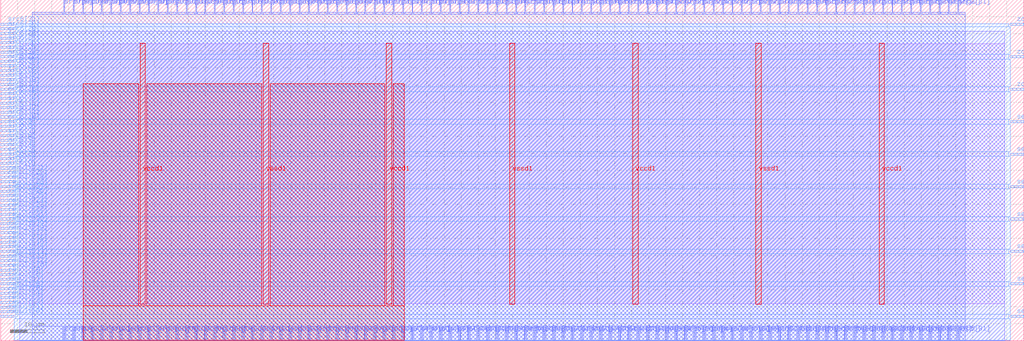
<source format=lef>
VERSION 5.7 ;
  NOWIREEXTENSIONATPIN ON ;
  DIVIDERCHAR "/" ;
  BUSBITCHARS "[]" ;
MACRO WBExecute
  CLASS BLOCK ;
  FOREIGN WBExecute ;
  ORIGIN 0.000 0.000 ;
  SIZE 300.000 BY 100.000 ;
  PIN result[0]
    DIRECTION OUTPUT TRISTATE ;
    USE SIGNAL ;
    PORT
      LAYER met3 ;
        RECT 0.000 6.840 4.000 7.440 ;
    END
  END result[0]
  PIN result[10]
    DIRECTION OUTPUT TRISTATE ;
    USE SIGNAL ;
    PORT
      LAYER met3 ;
        RECT 0.000 20.440 4.000 21.040 ;
    END
  END result[10]
  PIN result[11]
    DIRECTION OUTPUT TRISTATE ;
    USE SIGNAL ;
    PORT
      LAYER met3 ;
        RECT 0.000 21.800 4.000 22.400 ;
    END
  END result[11]
  PIN result[12]
    DIRECTION OUTPUT TRISTATE ;
    USE SIGNAL ;
    PORT
      LAYER met3 ;
        RECT 0.000 23.160 4.000 23.760 ;
    END
  END result[12]
  PIN result[13]
    DIRECTION OUTPUT TRISTATE ;
    USE SIGNAL ;
    PORT
      LAYER met3 ;
        RECT 0.000 24.520 4.000 25.120 ;
    END
  END result[13]
  PIN result[14]
    DIRECTION OUTPUT TRISTATE ;
    USE SIGNAL ;
    PORT
      LAYER met3 ;
        RECT 0.000 25.880 4.000 26.480 ;
    END
  END result[14]
  PIN result[15]
    DIRECTION OUTPUT TRISTATE ;
    USE SIGNAL ;
    PORT
      LAYER met3 ;
        RECT 0.000 27.240 4.000 27.840 ;
    END
  END result[15]
  PIN result[16]
    DIRECTION OUTPUT TRISTATE ;
    USE SIGNAL ;
    PORT
      LAYER met3 ;
        RECT 0.000 28.600 4.000 29.200 ;
    END
  END result[16]
  PIN result[17]
    DIRECTION OUTPUT TRISTATE ;
    USE SIGNAL ;
    PORT
      LAYER met3 ;
        RECT 0.000 29.960 4.000 30.560 ;
    END
  END result[17]
  PIN result[18]
    DIRECTION OUTPUT TRISTATE ;
    USE SIGNAL ;
    PORT
      LAYER met3 ;
        RECT 0.000 31.320 4.000 31.920 ;
    END
  END result[18]
  PIN result[19]
    DIRECTION OUTPUT TRISTATE ;
    USE SIGNAL ;
    PORT
      LAYER met3 ;
        RECT 0.000 32.680 4.000 33.280 ;
    END
  END result[19]
  PIN result[1]
    DIRECTION OUTPUT TRISTATE ;
    USE SIGNAL ;
    PORT
      LAYER met3 ;
        RECT 0.000 8.200 4.000 8.800 ;
    END
  END result[1]
  PIN result[20]
    DIRECTION OUTPUT TRISTATE ;
    USE SIGNAL ;
    PORT
      LAYER met3 ;
        RECT 0.000 34.040 4.000 34.640 ;
    END
  END result[20]
  PIN result[21]
    DIRECTION OUTPUT TRISTATE ;
    USE SIGNAL ;
    PORT
      LAYER met3 ;
        RECT 0.000 35.400 4.000 36.000 ;
    END
  END result[21]
  PIN result[22]
    DIRECTION OUTPUT TRISTATE ;
    USE SIGNAL ;
    PORT
      LAYER met3 ;
        RECT 0.000 36.760 4.000 37.360 ;
    END
  END result[22]
  PIN result[23]
    DIRECTION OUTPUT TRISTATE ;
    USE SIGNAL ;
    PORT
      LAYER met3 ;
        RECT 0.000 38.120 4.000 38.720 ;
    END
  END result[23]
  PIN result[24]
    DIRECTION OUTPUT TRISTATE ;
    USE SIGNAL ;
    PORT
      LAYER met3 ;
        RECT 0.000 39.480 4.000 40.080 ;
    END
  END result[24]
  PIN result[25]
    DIRECTION OUTPUT TRISTATE ;
    USE SIGNAL ;
    PORT
      LAYER met3 ;
        RECT 0.000 40.840 4.000 41.440 ;
    END
  END result[25]
  PIN result[26]
    DIRECTION OUTPUT TRISTATE ;
    USE SIGNAL ;
    PORT
      LAYER met3 ;
        RECT 0.000 42.200 4.000 42.800 ;
    END
  END result[26]
  PIN result[27]
    DIRECTION OUTPUT TRISTATE ;
    USE SIGNAL ;
    PORT
      LAYER met3 ;
        RECT 0.000 43.560 4.000 44.160 ;
    END
  END result[27]
  PIN result[28]
    DIRECTION OUTPUT TRISTATE ;
    USE SIGNAL ;
    PORT
      LAYER met3 ;
        RECT 0.000 44.920 4.000 45.520 ;
    END
  END result[28]
  PIN result[29]
    DIRECTION OUTPUT TRISTATE ;
    USE SIGNAL ;
    PORT
      LAYER met3 ;
        RECT 0.000 46.280 4.000 46.880 ;
    END
  END result[29]
  PIN result[2]
    DIRECTION OUTPUT TRISTATE ;
    USE SIGNAL ;
    PORT
      LAYER met3 ;
        RECT 0.000 9.560 4.000 10.160 ;
    END
  END result[2]
  PIN result[30]
    DIRECTION OUTPUT TRISTATE ;
    USE SIGNAL ;
    PORT
      LAYER met3 ;
        RECT 0.000 47.640 4.000 48.240 ;
    END
  END result[30]
  PIN result[31]
    DIRECTION OUTPUT TRISTATE ;
    USE SIGNAL ;
    PORT
      LAYER met3 ;
        RECT 0.000 49.000 4.000 49.600 ;
    END
  END result[31]
  PIN result[3]
    DIRECTION OUTPUT TRISTATE ;
    USE SIGNAL ;
    PORT
      LAYER met3 ;
        RECT 0.000 10.920 4.000 11.520 ;
    END
  END result[3]
  PIN result[4]
    DIRECTION OUTPUT TRISTATE ;
    USE SIGNAL ;
    PORT
      LAYER met3 ;
        RECT 0.000 12.280 4.000 12.880 ;
    END
  END result[4]
  PIN result[5]
    DIRECTION OUTPUT TRISTATE ;
    USE SIGNAL ;
    PORT
      LAYER met3 ;
        RECT 0.000 13.640 4.000 14.240 ;
    END
  END result[5]
  PIN result[6]
    DIRECTION OUTPUT TRISTATE ;
    USE SIGNAL ;
    PORT
      LAYER met3 ;
        RECT 0.000 15.000 4.000 15.600 ;
    END
  END result[6]
  PIN result[7]
    DIRECTION OUTPUT TRISTATE ;
    USE SIGNAL ;
    PORT
      LAYER met3 ;
        RECT 0.000 16.360 4.000 16.960 ;
    END
  END result[7]
  PIN result[8]
    DIRECTION OUTPUT TRISTATE ;
    USE SIGNAL ;
    PORT
      LAYER met3 ;
        RECT 0.000 17.720 4.000 18.320 ;
    END
  END result[8]
  PIN result[9]
    DIRECTION OUTPUT TRISTATE ;
    USE SIGNAL ;
    PORT
      LAYER met3 ;
        RECT 0.000 19.080 4.000 19.680 ;
    END
  END result[9]
  PIN sel[0]
    DIRECTION INPUT ;
    USE SIGNAL ;
    PORT
      LAYER met3 ;
        RECT 296.000 6.840 300.000 7.440 ;
    END
  END sel[0]
  PIN sel[1]
    DIRECTION INPUT ;
    USE SIGNAL ;
    PORT
      LAYER met3 ;
        RECT 296.000 16.360 300.000 16.960 ;
    END
  END sel[1]
  PIN sel[2]
    DIRECTION INPUT ;
    USE SIGNAL ;
    PORT
      LAYER met3 ;
        RECT 296.000 25.880 300.000 26.480 ;
    END
  END sel[2]
  PIN sel[3]
    DIRECTION INPUT ;
    USE SIGNAL ;
    PORT
      LAYER met3 ;
        RECT 296.000 35.400 300.000 36.000 ;
    END
  END sel[3]
  PIN sel[4]
    DIRECTION INPUT ;
    USE SIGNAL ;
    PORT
      LAYER met3 ;
        RECT 296.000 44.920 300.000 45.520 ;
    END
  END sel[4]
  PIN sel[5]
    DIRECTION INPUT ;
    USE SIGNAL ;
    PORT
      LAYER met3 ;
        RECT 296.000 54.440 300.000 55.040 ;
    END
  END sel[5]
  PIN sel[6]
    DIRECTION INPUT ;
    USE SIGNAL ;
    PORT
      LAYER met3 ;
        RECT 296.000 63.960 300.000 64.560 ;
    END
  END sel[6]
  PIN src0[0]
    DIRECTION INPUT ;
    USE SIGNAL ;
    PORT
      LAYER met2 ;
        RECT 18.490 96.000 18.770 100.000 ;
    END
  END src0[0]
  PIN src0[10]
    DIRECTION INPUT ;
    USE SIGNAL ;
    PORT
      LAYER met2 ;
        RECT 46.090 96.000 46.370 100.000 ;
    END
  END src0[10]
  PIN src0[11]
    DIRECTION INPUT ;
    USE SIGNAL ;
    PORT
      LAYER met2 ;
        RECT 48.850 96.000 49.130 100.000 ;
    END
  END src0[11]
  PIN src0[12]
    DIRECTION INPUT ;
    USE SIGNAL ;
    PORT
      LAYER met2 ;
        RECT 51.610 96.000 51.890 100.000 ;
    END
  END src0[12]
  PIN src0[13]
    DIRECTION INPUT ;
    USE SIGNAL ;
    PORT
      LAYER met2 ;
        RECT 54.370 96.000 54.650 100.000 ;
    END
  END src0[13]
  PIN src0[14]
    DIRECTION INPUT ;
    USE SIGNAL ;
    PORT
      LAYER met2 ;
        RECT 57.130 96.000 57.410 100.000 ;
    END
  END src0[14]
  PIN src0[15]
    DIRECTION INPUT ;
    USE SIGNAL ;
    PORT
      LAYER met2 ;
        RECT 59.890 96.000 60.170 100.000 ;
    END
  END src0[15]
  PIN src0[16]
    DIRECTION INPUT ;
    USE SIGNAL ;
    PORT
      LAYER met2 ;
        RECT 62.650 96.000 62.930 100.000 ;
    END
  END src0[16]
  PIN src0[17]
    DIRECTION INPUT ;
    USE SIGNAL ;
    PORT
      LAYER met2 ;
        RECT 65.410 96.000 65.690 100.000 ;
    END
  END src0[17]
  PIN src0[18]
    DIRECTION INPUT ;
    USE SIGNAL ;
    PORT
      LAYER met2 ;
        RECT 68.170 96.000 68.450 100.000 ;
    END
  END src0[18]
  PIN src0[19]
    DIRECTION INPUT ;
    USE SIGNAL ;
    PORT
      LAYER met2 ;
        RECT 70.930 96.000 71.210 100.000 ;
    END
  END src0[19]
  PIN src0[1]
    DIRECTION INPUT ;
    USE SIGNAL ;
    PORT
      LAYER met2 ;
        RECT 21.250 96.000 21.530 100.000 ;
    END
  END src0[1]
  PIN src0[20]
    DIRECTION INPUT ;
    USE SIGNAL ;
    PORT
      LAYER met2 ;
        RECT 73.690 96.000 73.970 100.000 ;
    END
  END src0[20]
  PIN src0[21]
    DIRECTION INPUT ;
    USE SIGNAL ;
    PORT
      LAYER met2 ;
        RECT 76.450 96.000 76.730 100.000 ;
    END
  END src0[21]
  PIN src0[22]
    DIRECTION INPUT ;
    USE SIGNAL ;
    PORT
      LAYER met2 ;
        RECT 79.210 96.000 79.490 100.000 ;
    END
  END src0[22]
  PIN src0[23]
    DIRECTION INPUT ;
    USE SIGNAL ;
    PORT
      LAYER met2 ;
        RECT 81.970 96.000 82.250 100.000 ;
    END
  END src0[23]
  PIN src0[24]
    DIRECTION INPUT ;
    USE SIGNAL ;
    PORT
      LAYER met2 ;
        RECT 84.730 96.000 85.010 100.000 ;
    END
  END src0[24]
  PIN src0[25]
    DIRECTION INPUT ;
    USE SIGNAL ;
    PORT
      LAYER met2 ;
        RECT 87.490 96.000 87.770 100.000 ;
    END
  END src0[25]
  PIN src0[26]
    DIRECTION INPUT ;
    USE SIGNAL ;
    PORT
      LAYER met2 ;
        RECT 90.250 96.000 90.530 100.000 ;
    END
  END src0[26]
  PIN src0[27]
    DIRECTION INPUT ;
    USE SIGNAL ;
    PORT
      LAYER met2 ;
        RECT 93.010 96.000 93.290 100.000 ;
    END
  END src0[27]
  PIN src0[28]
    DIRECTION INPUT ;
    USE SIGNAL ;
    PORT
      LAYER met2 ;
        RECT 95.770 96.000 96.050 100.000 ;
    END
  END src0[28]
  PIN src0[29]
    DIRECTION INPUT ;
    USE SIGNAL ;
    PORT
      LAYER met2 ;
        RECT 98.530 96.000 98.810 100.000 ;
    END
  END src0[29]
  PIN src0[2]
    DIRECTION INPUT ;
    USE SIGNAL ;
    PORT
      LAYER met2 ;
        RECT 24.010 96.000 24.290 100.000 ;
    END
  END src0[2]
  PIN src0[30]
    DIRECTION INPUT ;
    USE SIGNAL ;
    PORT
      LAYER met2 ;
        RECT 101.290 96.000 101.570 100.000 ;
    END
  END src0[30]
  PIN src0[31]
    DIRECTION INPUT ;
    USE SIGNAL ;
    PORT
      LAYER met2 ;
        RECT 104.050 96.000 104.330 100.000 ;
    END
  END src0[31]
  PIN src0[3]
    DIRECTION INPUT ;
    USE SIGNAL ;
    PORT
      LAYER met2 ;
        RECT 26.770 96.000 27.050 100.000 ;
    END
  END src0[3]
  PIN src0[4]
    DIRECTION INPUT ;
    USE SIGNAL ;
    PORT
      LAYER met2 ;
        RECT 29.530 96.000 29.810 100.000 ;
    END
  END src0[4]
  PIN src0[5]
    DIRECTION INPUT ;
    USE SIGNAL ;
    PORT
      LAYER met2 ;
        RECT 32.290 96.000 32.570 100.000 ;
    END
  END src0[5]
  PIN src0[6]
    DIRECTION INPUT ;
    USE SIGNAL ;
    PORT
      LAYER met2 ;
        RECT 35.050 96.000 35.330 100.000 ;
    END
  END src0[6]
  PIN src0[7]
    DIRECTION INPUT ;
    USE SIGNAL ;
    PORT
      LAYER met2 ;
        RECT 37.810 96.000 38.090 100.000 ;
    END
  END src0[7]
  PIN src0[8]
    DIRECTION INPUT ;
    USE SIGNAL ;
    PORT
      LAYER met2 ;
        RECT 40.570 96.000 40.850 100.000 ;
    END
  END src0[8]
  PIN src0[9]
    DIRECTION INPUT ;
    USE SIGNAL ;
    PORT
      LAYER met2 ;
        RECT 43.330 96.000 43.610 100.000 ;
    END
  END src0[9]
  PIN src1[0]
    DIRECTION INPUT ;
    USE SIGNAL ;
    PORT
      LAYER met2 ;
        RECT 106.810 96.000 107.090 100.000 ;
    END
  END src1[0]
  PIN src1[10]
    DIRECTION INPUT ;
    USE SIGNAL ;
    PORT
      LAYER met2 ;
        RECT 134.410 96.000 134.690 100.000 ;
    END
  END src1[10]
  PIN src1[11]
    DIRECTION INPUT ;
    USE SIGNAL ;
    PORT
      LAYER met2 ;
        RECT 137.170 96.000 137.450 100.000 ;
    END
  END src1[11]
  PIN src1[12]
    DIRECTION INPUT ;
    USE SIGNAL ;
    PORT
      LAYER met2 ;
        RECT 139.930 96.000 140.210 100.000 ;
    END
  END src1[12]
  PIN src1[13]
    DIRECTION INPUT ;
    USE SIGNAL ;
    PORT
      LAYER met2 ;
        RECT 142.690 96.000 142.970 100.000 ;
    END
  END src1[13]
  PIN src1[14]
    DIRECTION INPUT ;
    USE SIGNAL ;
    PORT
      LAYER met2 ;
        RECT 145.450 96.000 145.730 100.000 ;
    END
  END src1[14]
  PIN src1[15]
    DIRECTION INPUT ;
    USE SIGNAL ;
    PORT
      LAYER met2 ;
        RECT 148.210 96.000 148.490 100.000 ;
    END
  END src1[15]
  PIN src1[16]
    DIRECTION INPUT ;
    USE SIGNAL ;
    PORT
      LAYER met2 ;
        RECT 150.970 96.000 151.250 100.000 ;
    END
  END src1[16]
  PIN src1[17]
    DIRECTION INPUT ;
    USE SIGNAL ;
    PORT
      LAYER met2 ;
        RECT 153.730 96.000 154.010 100.000 ;
    END
  END src1[17]
  PIN src1[18]
    DIRECTION INPUT ;
    USE SIGNAL ;
    PORT
      LAYER met2 ;
        RECT 156.490 96.000 156.770 100.000 ;
    END
  END src1[18]
  PIN src1[19]
    DIRECTION INPUT ;
    USE SIGNAL ;
    PORT
      LAYER met2 ;
        RECT 159.250 96.000 159.530 100.000 ;
    END
  END src1[19]
  PIN src1[1]
    DIRECTION INPUT ;
    USE SIGNAL ;
    PORT
      LAYER met2 ;
        RECT 109.570 96.000 109.850 100.000 ;
    END
  END src1[1]
  PIN src1[20]
    DIRECTION INPUT ;
    USE SIGNAL ;
    PORT
      LAYER met2 ;
        RECT 162.010 96.000 162.290 100.000 ;
    END
  END src1[20]
  PIN src1[21]
    DIRECTION INPUT ;
    USE SIGNAL ;
    PORT
      LAYER met2 ;
        RECT 164.770 96.000 165.050 100.000 ;
    END
  END src1[21]
  PIN src1[22]
    DIRECTION INPUT ;
    USE SIGNAL ;
    PORT
      LAYER met2 ;
        RECT 167.530 96.000 167.810 100.000 ;
    END
  END src1[22]
  PIN src1[23]
    DIRECTION INPUT ;
    USE SIGNAL ;
    PORT
      LAYER met2 ;
        RECT 170.290 96.000 170.570 100.000 ;
    END
  END src1[23]
  PIN src1[24]
    DIRECTION INPUT ;
    USE SIGNAL ;
    PORT
      LAYER met2 ;
        RECT 173.050 96.000 173.330 100.000 ;
    END
  END src1[24]
  PIN src1[25]
    DIRECTION INPUT ;
    USE SIGNAL ;
    PORT
      LAYER met2 ;
        RECT 175.810 96.000 176.090 100.000 ;
    END
  END src1[25]
  PIN src1[26]
    DIRECTION INPUT ;
    USE SIGNAL ;
    PORT
      LAYER met2 ;
        RECT 178.570 96.000 178.850 100.000 ;
    END
  END src1[26]
  PIN src1[27]
    DIRECTION INPUT ;
    USE SIGNAL ;
    PORT
      LAYER met2 ;
        RECT 181.330 96.000 181.610 100.000 ;
    END
  END src1[27]
  PIN src1[28]
    DIRECTION INPUT ;
    USE SIGNAL ;
    PORT
      LAYER met2 ;
        RECT 184.090 96.000 184.370 100.000 ;
    END
  END src1[28]
  PIN src1[29]
    DIRECTION INPUT ;
    USE SIGNAL ;
    PORT
      LAYER met2 ;
        RECT 186.850 96.000 187.130 100.000 ;
    END
  END src1[29]
  PIN src1[2]
    DIRECTION INPUT ;
    USE SIGNAL ;
    PORT
      LAYER met2 ;
        RECT 112.330 96.000 112.610 100.000 ;
    END
  END src1[2]
  PIN src1[30]
    DIRECTION INPUT ;
    USE SIGNAL ;
    PORT
      LAYER met2 ;
        RECT 189.610 96.000 189.890 100.000 ;
    END
  END src1[30]
  PIN src1[31]
    DIRECTION INPUT ;
    USE SIGNAL ;
    PORT
      LAYER met2 ;
        RECT 192.370 96.000 192.650 100.000 ;
    END
  END src1[31]
  PIN src1[3]
    DIRECTION INPUT ;
    USE SIGNAL ;
    PORT
      LAYER met2 ;
        RECT 115.090 96.000 115.370 100.000 ;
    END
  END src1[3]
  PIN src1[4]
    DIRECTION INPUT ;
    USE SIGNAL ;
    PORT
      LAYER met2 ;
        RECT 117.850 96.000 118.130 100.000 ;
    END
  END src1[4]
  PIN src1[5]
    DIRECTION INPUT ;
    USE SIGNAL ;
    PORT
      LAYER met2 ;
        RECT 120.610 96.000 120.890 100.000 ;
    END
  END src1[5]
  PIN src1[6]
    DIRECTION INPUT ;
    USE SIGNAL ;
    PORT
      LAYER met2 ;
        RECT 123.370 96.000 123.650 100.000 ;
    END
  END src1[6]
  PIN src1[7]
    DIRECTION INPUT ;
    USE SIGNAL ;
    PORT
      LAYER met2 ;
        RECT 126.130 96.000 126.410 100.000 ;
    END
  END src1[7]
  PIN src1[8]
    DIRECTION INPUT ;
    USE SIGNAL ;
    PORT
      LAYER met2 ;
        RECT 128.890 96.000 129.170 100.000 ;
    END
  END src1[8]
  PIN src1[9]
    DIRECTION INPUT ;
    USE SIGNAL ;
    PORT
      LAYER met2 ;
        RECT 131.650 96.000 131.930 100.000 ;
    END
  END src1[9]
  PIN src2[0]
    DIRECTION INPUT ;
    USE SIGNAL ;
    PORT
      LAYER met2 ;
        RECT 195.130 96.000 195.410 100.000 ;
    END
  END src2[0]
  PIN src2[10]
    DIRECTION INPUT ;
    USE SIGNAL ;
    PORT
      LAYER met2 ;
        RECT 222.730 96.000 223.010 100.000 ;
    END
  END src2[10]
  PIN src2[11]
    DIRECTION INPUT ;
    USE SIGNAL ;
    PORT
      LAYER met2 ;
        RECT 225.490 96.000 225.770 100.000 ;
    END
  END src2[11]
  PIN src2[12]
    DIRECTION INPUT ;
    USE SIGNAL ;
    PORT
      LAYER met2 ;
        RECT 228.250 96.000 228.530 100.000 ;
    END
  END src2[12]
  PIN src2[13]
    DIRECTION INPUT ;
    USE SIGNAL ;
    PORT
      LAYER met2 ;
        RECT 231.010 96.000 231.290 100.000 ;
    END
  END src2[13]
  PIN src2[14]
    DIRECTION INPUT ;
    USE SIGNAL ;
    PORT
      LAYER met2 ;
        RECT 233.770 96.000 234.050 100.000 ;
    END
  END src2[14]
  PIN src2[15]
    DIRECTION INPUT ;
    USE SIGNAL ;
    PORT
      LAYER met2 ;
        RECT 236.530 96.000 236.810 100.000 ;
    END
  END src2[15]
  PIN src2[16]
    DIRECTION INPUT ;
    USE SIGNAL ;
    PORT
      LAYER met2 ;
        RECT 239.290 96.000 239.570 100.000 ;
    END
  END src2[16]
  PIN src2[17]
    DIRECTION INPUT ;
    USE SIGNAL ;
    PORT
      LAYER met2 ;
        RECT 242.050 96.000 242.330 100.000 ;
    END
  END src2[17]
  PIN src2[18]
    DIRECTION INPUT ;
    USE SIGNAL ;
    PORT
      LAYER met2 ;
        RECT 244.810 96.000 245.090 100.000 ;
    END
  END src2[18]
  PIN src2[19]
    DIRECTION INPUT ;
    USE SIGNAL ;
    PORT
      LAYER met2 ;
        RECT 247.570 96.000 247.850 100.000 ;
    END
  END src2[19]
  PIN src2[1]
    DIRECTION INPUT ;
    USE SIGNAL ;
    PORT
      LAYER met2 ;
        RECT 197.890 96.000 198.170 100.000 ;
    END
  END src2[1]
  PIN src2[20]
    DIRECTION INPUT ;
    USE SIGNAL ;
    PORT
      LAYER met2 ;
        RECT 250.330 96.000 250.610 100.000 ;
    END
  END src2[20]
  PIN src2[21]
    DIRECTION INPUT ;
    USE SIGNAL ;
    PORT
      LAYER met2 ;
        RECT 253.090 96.000 253.370 100.000 ;
    END
  END src2[21]
  PIN src2[22]
    DIRECTION INPUT ;
    USE SIGNAL ;
    PORT
      LAYER met2 ;
        RECT 255.850 96.000 256.130 100.000 ;
    END
  END src2[22]
  PIN src2[23]
    DIRECTION INPUT ;
    USE SIGNAL ;
    PORT
      LAYER met2 ;
        RECT 258.610 96.000 258.890 100.000 ;
    END
  END src2[23]
  PIN src2[24]
    DIRECTION INPUT ;
    USE SIGNAL ;
    PORT
      LAYER met2 ;
        RECT 261.370 96.000 261.650 100.000 ;
    END
  END src2[24]
  PIN src2[25]
    DIRECTION INPUT ;
    USE SIGNAL ;
    PORT
      LAYER met2 ;
        RECT 264.130 96.000 264.410 100.000 ;
    END
  END src2[25]
  PIN src2[26]
    DIRECTION INPUT ;
    USE SIGNAL ;
    PORT
      LAYER met2 ;
        RECT 266.890 96.000 267.170 100.000 ;
    END
  END src2[26]
  PIN src2[27]
    DIRECTION INPUT ;
    USE SIGNAL ;
    PORT
      LAYER met2 ;
        RECT 269.650 96.000 269.930 100.000 ;
    END
  END src2[27]
  PIN src2[28]
    DIRECTION INPUT ;
    USE SIGNAL ;
    PORT
      LAYER met2 ;
        RECT 272.410 96.000 272.690 100.000 ;
    END
  END src2[28]
  PIN src2[29]
    DIRECTION INPUT ;
    USE SIGNAL ;
    PORT
      LAYER met2 ;
        RECT 275.170 96.000 275.450 100.000 ;
    END
  END src2[29]
  PIN src2[2]
    DIRECTION INPUT ;
    USE SIGNAL ;
    PORT
      LAYER met2 ;
        RECT 200.650 96.000 200.930 100.000 ;
    END
  END src2[2]
  PIN src2[30]
    DIRECTION INPUT ;
    USE SIGNAL ;
    PORT
      LAYER met2 ;
        RECT 277.930 96.000 278.210 100.000 ;
    END
  END src2[30]
  PIN src2[31]
    DIRECTION INPUT ;
    USE SIGNAL ;
    PORT
      LAYER met2 ;
        RECT 280.690 96.000 280.970 100.000 ;
    END
  END src2[31]
  PIN src2[3]
    DIRECTION INPUT ;
    USE SIGNAL ;
    PORT
      LAYER met2 ;
        RECT 203.410 96.000 203.690 100.000 ;
    END
  END src2[3]
  PIN src2[4]
    DIRECTION INPUT ;
    USE SIGNAL ;
    PORT
      LAYER met2 ;
        RECT 206.170 96.000 206.450 100.000 ;
    END
  END src2[4]
  PIN src2[5]
    DIRECTION INPUT ;
    USE SIGNAL ;
    PORT
      LAYER met2 ;
        RECT 208.930 96.000 209.210 100.000 ;
    END
  END src2[5]
  PIN src2[6]
    DIRECTION INPUT ;
    USE SIGNAL ;
    PORT
      LAYER met2 ;
        RECT 211.690 96.000 211.970 100.000 ;
    END
  END src2[6]
  PIN src2[7]
    DIRECTION INPUT ;
    USE SIGNAL ;
    PORT
      LAYER met2 ;
        RECT 214.450 96.000 214.730 100.000 ;
    END
  END src2[7]
  PIN src2[8]
    DIRECTION INPUT ;
    USE SIGNAL ;
    PORT
      LAYER met2 ;
        RECT 217.210 96.000 217.490 100.000 ;
    END
  END src2[8]
  PIN src2[9]
    DIRECTION INPUT ;
    USE SIGNAL ;
    PORT
      LAYER met2 ;
        RECT 219.970 96.000 220.250 100.000 ;
    END
  END src2[9]
  PIN src3[0]
    DIRECTION INPUT ;
    USE SIGNAL ;
    PORT
      LAYER met2 ;
        RECT 18.490 0.000 18.770 4.000 ;
    END
  END src3[0]
  PIN src3[10]
    DIRECTION INPUT ;
    USE SIGNAL ;
    PORT
      LAYER met2 ;
        RECT 46.090 0.000 46.370 4.000 ;
    END
  END src3[10]
  PIN src3[11]
    DIRECTION INPUT ;
    USE SIGNAL ;
    PORT
      LAYER met2 ;
        RECT 48.850 0.000 49.130 4.000 ;
    END
  END src3[11]
  PIN src3[12]
    DIRECTION INPUT ;
    USE SIGNAL ;
    PORT
      LAYER met2 ;
        RECT 51.610 0.000 51.890 4.000 ;
    END
  END src3[12]
  PIN src3[13]
    DIRECTION INPUT ;
    USE SIGNAL ;
    PORT
      LAYER met2 ;
        RECT 54.370 0.000 54.650 4.000 ;
    END
  END src3[13]
  PIN src3[14]
    DIRECTION INPUT ;
    USE SIGNAL ;
    PORT
      LAYER met2 ;
        RECT 57.130 0.000 57.410 4.000 ;
    END
  END src3[14]
  PIN src3[15]
    DIRECTION INPUT ;
    USE SIGNAL ;
    PORT
      LAYER met2 ;
        RECT 59.890 0.000 60.170 4.000 ;
    END
  END src3[15]
  PIN src3[16]
    DIRECTION INPUT ;
    USE SIGNAL ;
    PORT
      LAYER met2 ;
        RECT 62.650 0.000 62.930 4.000 ;
    END
  END src3[16]
  PIN src3[17]
    DIRECTION INPUT ;
    USE SIGNAL ;
    PORT
      LAYER met2 ;
        RECT 65.410 0.000 65.690 4.000 ;
    END
  END src3[17]
  PIN src3[18]
    DIRECTION INPUT ;
    USE SIGNAL ;
    PORT
      LAYER met2 ;
        RECT 68.170 0.000 68.450 4.000 ;
    END
  END src3[18]
  PIN src3[19]
    DIRECTION INPUT ;
    USE SIGNAL ;
    PORT
      LAYER met2 ;
        RECT 70.930 0.000 71.210 4.000 ;
    END
  END src3[19]
  PIN src3[1]
    DIRECTION INPUT ;
    USE SIGNAL ;
    PORT
      LAYER met2 ;
        RECT 21.250 0.000 21.530 4.000 ;
    END
  END src3[1]
  PIN src3[20]
    DIRECTION INPUT ;
    USE SIGNAL ;
    PORT
      LAYER met2 ;
        RECT 73.690 0.000 73.970 4.000 ;
    END
  END src3[20]
  PIN src3[21]
    DIRECTION INPUT ;
    USE SIGNAL ;
    PORT
      LAYER met2 ;
        RECT 76.450 0.000 76.730 4.000 ;
    END
  END src3[21]
  PIN src3[22]
    DIRECTION INPUT ;
    USE SIGNAL ;
    PORT
      LAYER met2 ;
        RECT 79.210 0.000 79.490 4.000 ;
    END
  END src3[22]
  PIN src3[23]
    DIRECTION INPUT ;
    USE SIGNAL ;
    PORT
      LAYER met2 ;
        RECT 81.970 0.000 82.250 4.000 ;
    END
  END src3[23]
  PIN src3[24]
    DIRECTION INPUT ;
    USE SIGNAL ;
    PORT
      LAYER met2 ;
        RECT 84.730 0.000 85.010 4.000 ;
    END
  END src3[24]
  PIN src3[25]
    DIRECTION INPUT ;
    USE SIGNAL ;
    PORT
      LAYER met2 ;
        RECT 87.490 0.000 87.770 4.000 ;
    END
  END src3[25]
  PIN src3[26]
    DIRECTION INPUT ;
    USE SIGNAL ;
    PORT
      LAYER met2 ;
        RECT 90.250 0.000 90.530 4.000 ;
    END
  END src3[26]
  PIN src3[27]
    DIRECTION INPUT ;
    USE SIGNAL ;
    PORT
      LAYER met2 ;
        RECT 93.010 0.000 93.290 4.000 ;
    END
  END src3[27]
  PIN src3[28]
    DIRECTION INPUT ;
    USE SIGNAL ;
    PORT
      LAYER met2 ;
        RECT 95.770 0.000 96.050 4.000 ;
    END
  END src3[28]
  PIN src3[29]
    DIRECTION INPUT ;
    USE SIGNAL ;
    PORT
      LAYER met2 ;
        RECT 98.530 0.000 98.810 4.000 ;
    END
  END src3[29]
  PIN src3[2]
    DIRECTION INPUT ;
    USE SIGNAL ;
    PORT
      LAYER met2 ;
        RECT 24.010 0.000 24.290 4.000 ;
    END
  END src3[2]
  PIN src3[30]
    DIRECTION INPUT ;
    USE SIGNAL ;
    PORT
      LAYER met2 ;
        RECT 101.290 0.000 101.570 4.000 ;
    END
  END src3[30]
  PIN src3[31]
    DIRECTION INPUT ;
    USE SIGNAL ;
    PORT
      LAYER met2 ;
        RECT 104.050 0.000 104.330 4.000 ;
    END
  END src3[31]
  PIN src3[3]
    DIRECTION INPUT ;
    USE SIGNAL ;
    PORT
      LAYER met2 ;
        RECT 26.770 0.000 27.050 4.000 ;
    END
  END src3[3]
  PIN src3[4]
    DIRECTION INPUT ;
    USE SIGNAL ;
    PORT
      LAYER met2 ;
        RECT 29.530 0.000 29.810 4.000 ;
    END
  END src3[4]
  PIN src3[5]
    DIRECTION INPUT ;
    USE SIGNAL ;
    PORT
      LAYER met2 ;
        RECT 32.290 0.000 32.570 4.000 ;
    END
  END src3[5]
  PIN src3[6]
    DIRECTION INPUT ;
    USE SIGNAL ;
    PORT
      LAYER met2 ;
        RECT 35.050 0.000 35.330 4.000 ;
    END
  END src3[6]
  PIN src3[7]
    DIRECTION INPUT ;
    USE SIGNAL ;
    PORT
      LAYER met2 ;
        RECT 37.810 0.000 38.090 4.000 ;
    END
  END src3[7]
  PIN src3[8]
    DIRECTION INPUT ;
    USE SIGNAL ;
    PORT
      LAYER met2 ;
        RECT 40.570 0.000 40.850 4.000 ;
    END
  END src3[8]
  PIN src3[9]
    DIRECTION INPUT ;
    USE SIGNAL ;
    PORT
      LAYER met2 ;
        RECT 43.330 0.000 43.610 4.000 ;
    END
  END src3[9]
  PIN src4[0]
    DIRECTION INPUT ;
    USE SIGNAL ;
    PORT
      LAYER met2 ;
        RECT 106.810 0.000 107.090 4.000 ;
    END
  END src4[0]
  PIN src4[10]
    DIRECTION INPUT ;
    USE SIGNAL ;
    PORT
      LAYER met2 ;
        RECT 134.410 0.000 134.690 4.000 ;
    END
  END src4[10]
  PIN src4[11]
    DIRECTION INPUT ;
    USE SIGNAL ;
    PORT
      LAYER met2 ;
        RECT 137.170 0.000 137.450 4.000 ;
    END
  END src4[11]
  PIN src4[12]
    DIRECTION INPUT ;
    USE SIGNAL ;
    PORT
      LAYER met2 ;
        RECT 139.930 0.000 140.210 4.000 ;
    END
  END src4[12]
  PIN src4[13]
    DIRECTION INPUT ;
    USE SIGNAL ;
    PORT
      LAYER met2 ;
        RECT 142.690 0.000 142.970 4.000 ;
    END
  END src4[13]
  PIN src4[14]
    DIRECTION INPUT ;
    USE SIGNAL ;
    PORT
      LAYER met2 ;
        RECT 145.450 0.000 145.730 4.000 ;
    END
  END src4[14]
  PIN src4[15]
    DIRECTION INPUT ;
    USE SIGNAL ;
    PORT
      LAYER met2 ;
        RECT 148.210 0.000 148.490 4.000 ;
    END
  END src4[15]
  PIN src4[16]
    DIRECTION INPUT ;
    USE SIGNAL ;
    PORT
      LAYER met2 ;
        RECT 150.970 0.000 151.250 4.000 ;
    END
  END src4[16]
  PIN src4[17]
    DIRECTION INPUT ;
    USE SIGNAL ;
    PORT
      LAYER met2 ;
        RECT 153.730 0.000 154.010 4.000 ;
    END
  END src4[17]
  PIN src4[18]
    DIRECTION INPUT ;
    USE SIGNAL ;
    PORT
      LAYER met2 ;
        RECT 156.490 0.000 156.770 4.000 ;
    END
  END src4[18]
  PIN src4[19]
    DIRECTION INPUT ;
    USE SIGNAL ;
    PORT
      LAYER met2 ;
        RECT 159.250 0.000 159.530 4.000 ;
    END
  END src4[19]
  PIN src4[1]
    DIRECTION INPUT ;
    USE SIGNAL ;
    PORT
      LAYER met2 ;
        RECT 109.570 0.000 109.850 4.000 ;
    END
  END src4[1]
  PIN src4[20]
    DIRECTION INPUT ;
    USE SIGNAL ;
    PORT
      LAYER met2 ;
        RECT 162.010 0.000 162.290 4.000 ;
    END
  END src4[20]
  PIN src4[21]
    DIRECTION INPUT ;
    USE SIGNAL ;
    PORT
      LAYER met2 ;
        RECT 164.770 0.000 165.050 4.000 ;
    END
  END src4[21]
  PIN src4[22]
    DIRECTION INPUT ;
    USE SIGNAL ;
    PORT
      LAYER met2 ;
        RECT 167.530 0.000 167.810 4.000 ;
    END
  END src4[22]
  PIN src4[23]
    DIRECTION INPUT ;
    USE SIGNAL ;
    PORT
      LAYER met2 ;
        RECT 170.290 0.000 170.570 4.000 ;
    END
  END src4[23]
  PIN src4[24]
    DIRECTION INPUT ;
    USE SIGNAL ;
    PORT
      LAYER met2 ;
        RECT 173.050 0.000 173.330 4.000 ;
    END
  END src4[24]
  PIN src4[25]
    DIRECTION INPUT ;
    USE SIGNAL ;
    PORT
      LAYER met2 ;
        RECT 175.810 0.000 176.090 4.000 ;
    END
  END src4[25]
  PIN src4[26]
    DIRECTION INPUT ;
    USE SIGNAL ;
    PORT
      LAYER met2 ;
        RECT 178.570 0.000 178.850 4.000 ;
    END
  END src4[26]
  PIN src4[27]
    DIRECTION INPUT ;
    USE SIGNAL ;
    PORT
      LAYER met2 ;
        RECT 181.330 0.000 181.610 4.000 ;
    END
  END src4[27]
  PIN src4[28]
    DIRECTION INPUT ;
    USE SIGNAL ;
    PORT
      LAYER met2 ;
        RECT 184.090 0.000 184.370 4.000 ;
    END
  END src4[28]
  PIN src4[29]
    DIRECTION INPUT ;
    USE SIGNAL ;
    PORT
      LAYER met2 ;
        RECT 186.850 0.000 187.130 4.000 ;
    END
  END src4[29]
  PIN src4[2]
    DIRECTION INPUT ;
    USE SIGNAL ;
    PORT
      LAYER met2 ;
        RECT 112.330 0.000 112.610 4.000 ;
    END
  END src4[2]
  PIN src4[30]
    DIRECTION INPUT ;
    USE SIGNAL ;
    PORT
      LAYER met2 ;
        RECT 189.610 0.000 189.890 4.000 ;
    END
  END src4[30]
  PIN src4[31]
    DIRECTION INPUT ;
    USE SIGNAL ;
    PORT
      LAYER met2 ;
        RECT 192.370 0.000 192.650 4.000 ;
    END
  END src4[31]
  PIN src4[3]
    DIRECTION INPUT ;
    USE SIGNAL ;
    PORT
      LAYER met2 ;
        RECT 115.090 0.000 115.370 4.000 ;
    END
  END src4[3]
  PIN src4[4]
    DIRECTION INPUT ;
    USE SIGNAL ;
    PORT
      LAYER met2 ;
        RECT 117.850 0.000 118.130 4.000 ;
    END
  END src4[4]
  PIN src4[5]
    DIRECTION INPUT ;
    USE SIGNAL ;
    PORT
      LAYER met2 ;
        RECT 120.610 0.000 120.890 4.000 ;
    END
  END src4[5]
  PIN src4[6]
    DIRECTION INPUT ;
    USE SIGNAL ;
    PORT
      LAYER met2 ;
        RECT 123.370 0.000 123.650 4.000 ;
    END
  END src4[6]
  PIN src4[7]
    DIRECTION INPUT ;
    USE SIGNAL ;
    PORT
      LAYER met2 ;
        RECT 126.130 0.000 126.410 4.000 ;
    END
  END src4[7]
  PIN src4[8]
    DIRECTION INPUT ;
    USE SIGNAL ;
    PORT
      LAYER met2 ;
        RECT 128.890 0.000 129.170 4.000 ;
    END
  END src4[8]
  PIN src4[9]
    DIRECTION INPUT ;
    USE SIGNAL ;
    PORT
      LAYER met2 ;
        RECT 131.650 0.000 131.930 4.000 ;
    END
  END src4[9]
  PIN src5[0]
    DIRECTION INPUT ;
    USE SIGNAL ;
    PORT
      LAYER met2 ;
        RECT 195.130 0.000 195.410 4.000 ;
    END
  END src5[0]
  PIN src5[10]
    DIRECTION INPUT ;
    USE SIGNAL ;
    PORT
      LAYER met2 ;
        RECT 222.730 0.000 223.010 4.000 ;
    END
  END src5[10]
  PIN src5[11]
    DIRECTION INPUT ;
    USE SIGNAL ;
    PORT
      LAYER met2 ;
        RECT 225.490 0.000 225.770 4.000 ;
    END
  END src5[11]
  PIN src5[12]
    DIRECTION INPUT ;
    USE SIGNAL ;
    PORT
      LAYER met2 ;
        RECT 228.250 0.000 228.530 4.000 ;
    END
  END src5[12]
  PIN src5[13]
    DIRECTION INPUT ;
    USE SIGNAL ;
    PORT
      LAYER met2 ;
        RECT 231.010 0.000 231.290 4.000 ;
    END
  END src5[13]
  PIN src5[14]
    DIRECTION INPUT ;
    USE SIGNAL ;
    PORT
      LAYER met2 ;
        RECT 233.770 0.000 234.050 4.000 ;
    END
  END src5[14]
  PIN src5[15]
    DIRECTION INPUT ;
    USE SIGNAL ;
    PORT
      LAYER met2 ;
        RECT 236.530 0.000 236.810 4.000 ;
    END
  END src5[15]
  PIN src5[16]
    DIRECTION INPUT ;
    USE SIGNAL ;
    PORT
      LAYER met2 ;
        RECT 239.290 0.000 239.570 4.000 ;
    END
  END src5[16]
  PIN src5[17]
    DIRECTION INPUT ;
    USE SIGNAL ;
    PORT
      LAYER met2 ;
        RECT 242.050 0.000 242.330 4.000 ;
    END
  END src5[17]
  PIN src5[18]
    DIRECTION INPUT ;
    USE SIGNAL ;
    PORT
      LAYER met2 ;
        RECT 244.810 0.000 245.090 4.000 ;
    END
  END src5[18]
  PIN src5[19]
    DIRECTION INPUT ;
    USE SIGNAL ;
    PORT
      LAYER met2 ;
        RECT 247.570 0.000 247.850 4.000 ;
    END
  END src5[19]
  PIN src5[1]
    DIRECTION INPUT ;
    USE SIGNAL ;
    PORT
      LAYER met2 ;
        RECT 197.890 0.000 198.170 4.000 ;
    END
  END src5[1]
  PIN src5[20]
    DIRECTION INPUT ;
    USE SIGNAL ;
    PORT
      LAYER met2 ;
        RECT 250.330 0.000 250.610 4.000 ;
    END
  END src5[20]
  PIN src5[21]
    DIRECTION INPUT ;
    USE SIGNAL ;
    PORT
      LAYER met2 ;
        RECT 253.090 0.000 253.370 4.000 ;
    END
  END src5[21]
  PIN src5[22]
    DIRECTION INPUT ;
    USE SIGNAL ;
    PORT
      LAYER met2 ;
        RECT 255.850 0.000 256.130 4.000 ;
    END
  END src5[22]
  PIN src5[23]
    DIRECTION INPUT ;
    USE SIGNAL ;
    PORT
      LAYER met2 ;
        RECT 258.610 0.000 258.890 4.000 ;
    END
  END src5[23]
  PIN src5[24]
    DIRECTION INPUT ;
    USE SIGNAL ;
    PORT
      LAYER met2 ;
        RECT 261.370 0.000 261.650 4.000 ;
    END
  END src5[24]
  PIN src5[25]
    DIRECTION INPUT ;
    USE SIGNAL ;
    PORT
      LAYER met2 ;
        RECT 264.130 0.000 264.410 4.000 ;
    END
  END src5[25]
  PIN src5[26]
    DIRECTION INPUT ;
    USE SIGNAL ;
    PORT
      LAYER met2 ;
        RECT 266.890 0.000 267.170 4.000 ;
    END
  END src5[26]
  PIN src5[27]
    DIRECTION INPUT ;
    USE SIGNAL ;
    PORT
      LAYER met2 ;
        RECT 269.650 0.000 269.930 4.000 ;
    END
  END src5[27]
  PIN src5[28]
    DIRECTION INPUT ;
    USE SIGNAL ;
    PORT
      LAYER met2 ;
        RECT 272.410 0.000 272.690 4.000 ;
    END
  END src5[28]
  PIN src5[29]
    DIRECTION INPUT ;
    USE SIGNAL ;
    PORT
      LAYER met2 ;
        RECT 275.170 0.000 275.450 4.000 ;
    END
  END src5[29]
  PIN src5[2]
    DIRECTION INPUT ;
    USE SIGNAL ;
    PORT
      LAYER met2 ;
        RECT 200.650 0.000 200.930 4.000 ;
    END
  END src5[2]
  PIN src5[30]
    DIRECTION INPUT ;
    USE SIGNAL ;
    PORT
      LAYER met2 ;
        RECT 277.930 0.000 278.210 4.000 ;
    END
  END src5[30]
  PIN src5[31]
    DIRECTION INPUT ;
    USE SIGNAL ;
    PORT
      LAYER met2 ;
        RECT 280.690 0.000 280.970 4.000 ;
    END
  END src5[31]
  PIN src5[3]
    DIRECTION INPUT ;
    USE SIGNAL ;
    PORT
      LAYER met2 ;
        RECT 203.410 0.000 203.690 4.000 ;
    END
  END src5[3]
  PIN src5[4]
    DIRECTION INPUT ;
    USE SIGNAL ;
    PORT
      LAYER met2 ;
        RECT 206.170 0.000 206.450 4.000 ;
    END
  END src5[4]
  PIN src5[5]
    DIRECTION INPUT ;
    USE SIGNAL ;
    PORT
      LAYER met2 ;
        RECT 208.930 0.000 209.210 4.000 ;
    END
  END src5[5]
  PIN src5[6]
    DIRECTION INPUT ;
    USE SIGNAL ;
    PORT
      LAYER met2 ;
        RECT 211.690 0.000 211.970 4.000 ;
    END
  END src5[6]
  PIN src5[7]
    DIRECTION INPUT ;
    USE SIGNAL ;
    PORT
      LAYER met2 ;
        RECT 214.450 0.000 214.730 4.000 ;
    END
  END src5[7]
  PIN src5[8]
    DIRECTION INPUT ;
    USE SIGNAL ;
    PORT
      LAYER met2 ;
        RECT 217.210 0.000 217.490 4.000 ;
    END
  END src5[8]
  PIN src5[9]
    DIRECTION INPUT ;
    USE SIGNAL ;
    PORT
      LAYER met2 ;
        RECT 219.970 0.000 220.250 4.000 ;
    END
  END src5[9]
  PIN src6[0]
    DIRECTION INPUT ;
    USE SIGNAL ;
    PORT
      LAYER met3 ;
        RECT 0.000 50.360 4.000 50.960 ;
    END
  END src6[0]
  PIN src6[10]
    DIRECTION INPUT ;
    USE SIGNAL ;
    PORT
      LAYER met3 ;
        RECT 0.000 63.960 4.000 64.560 ;
    END
  END src6[10]
  PIN src6[11]
    DIRECTION INPUT ;
    USE SIGNAL ;
    PORT
      LAYER met3 ;
        RECT 0.000 65.320 4.000 65.920 ;
    END
  END src6[11]
  PIN src6[12]
    DIRECTION INPUT ;
    USE SIGNAL ;
    PORT
      LAYER met3 ;
        RECT 0.000 66.680 4.000 67.280 ;
    END
  END src6[12]
  PIN src6[13]
    DIRECTION INPUT ;
    USE SIGNAL ;
    PORT
      LAYER met3 ;
        RECT 0.000 68.040 4.000 68.640 ;
    END
  END src6[13]
  PIN src6[14]
    DIRECTION INPUT ;
    USE SIGNAL ;
    PORT
      LAYER met3 ;
        RECT 0.000 69.400 4.000 70.000 ;
    END
  END src6[14]
  PIN src6[15]
    DIRECTION INPUT ;
    USE SIGNAL ;
    PORT
      LAYER met3 ;
        RECT 0.000 70.760 4.000 71.360 ;
    END
  END src6[15]
  PIN src6[16]
    DIRECTION INPUT ;
    USE SIGNAL ;
    PORT
      LAYER met3 ;
        RECT 0.000 72.120 4.000 72.720 ;
    END
  END src6[16]
  PIN src6[17]
    DIRECTION INPUT ;
    USE SIGNAL ;
    PORT
      LAYER met3 ;
        RECT 0.000 73.480 4.000 74.080 ;
    END
  END src6[17]
  PIN src6[18]
    DIRECTION INPUT ;
    USE SIGNAL ;
    PORT
      LAYER met3 ;
        RECT 0.000 74.840 4.000 75.440 ;
    END
  END src6[18]
  PIN src6[19]
    DIRECTION INPUT ;
    USE SIGNAL ;
    PORT
      LAYER met3 ;
        RECT 0.000 76.200 4.000 76.800 ;
    END
  END src6[19]
  PIN src6[1]
    DIRECTION INPUT ;
    USE SIGNAL ;
    PORT
      LAYER met3 ;
        RECT 0.000 51.720 4.000 52.320 ;
    END
  END src6[1]
  PIN src6[20]
    DIRECTION INPUT ;
    USE SIGNAL ;
    PORT
      LAYER met3 ;
        RECT 0.000 77.560 4.000 78.160 ;
    END
  END src6[20]
  PIN src6[21]
    DIRECTION INPUT ;
    USE SIGNAL ;
    PORT
      LAYER met3 ;
        RECT 0.000 78.920 4.000 79.520 ;
    END
  END src6[21]
  PIN src6[22]
    DIRECTION INPUT ;
    USE SIGNAL ;
    PORT
      LAYER met3 ;
        RECT 0.000 80.280 4.000 80.880 ;
    END
  END src6[22]
  PIN src6[23]
    DIRECTION INPUT ;
    USE SIGNAL ;
    PORT
      LAYER met3 ;
        RECT 0.000 81.640 4.000 82.240 ;
    END
  END src6[23]
  PIN src6[24]
    DIRECTION INPUT ;
    USE SIGNAL ;
    PORT
      LAYER met3 ;
        RECT 0.000 83.000 4.000 83.600 ;
    END
  END src6[24]
  PIN src6[25]
    DIRECTION INPUT ;
    USE SIGNAL ;
    PORT
      LAYER met3 ;
        RECT 0.000 84.360 4.000 84.960 ;
    END
  END src6[25]
  PIN src6[26]
    DIRECTION INPUT ;
    USE SIGNAL ;
    PORT
      LAYER met3 ;
        RECT 0.000 85.720 4.000 86.320 ;
    END
  END src6[26]
  PIN src6[27]
    DIRECTION INPUT ;
    USE SIGNAL ;
    PORT
      LAYER met3 ;
        RECT 0.000 87.080 4.000 87.680 ;
    END
  END src6[27]
  PIN src6[28]
    DIRECTION INPUT ;
    USE SIGNAL ;
    PORT
      LAYER met3 ;
        RECT 0.000 88.440 4.000 89.040 ;
    END
  END src6[28]
  PIN src6[29]
    DIRECTION INPUT ;
    USE SIGNAL ;
    PORT
      LAYER met3 ;
        RECT 0.000 89.800 4.000 90.400 ;
    END
  END src6[29]
  PIN src6[2]
    DIRECTION INPUT ;
    USE SIGNAL ;
    PORT
      LAYER met3 ;
        RECT 0.000 53.080 4.000 53.680 ;
    END
  END src6[2]
  PIN src6[30]
    DIRECTION INPUT ;
    USE SIGNAL ;
    PORT
      LAYER met3 ;
        RECT 0.000 91.160 4.000 91.760 ;
    END
  END src6[30]
  PIN src6[31]
    DIRECTION INPUT ;
    USE SIGNAL ;
    PORT
      LAYER met3 ;
        RECT 0.000 92.520 4.000 93.120 ;
    END
  END src6[31]
  PIN src6[3]
    DIRECTION INPUT ;
    USE SIGNAL ;
    PORT
      LAYER met3 ;
        RECT 0.000 54.440 4.000 55.040 ;
    END
  END src6[3]
  PIN src6[4]
    DIRECTION INPUT ;
    USE SIGNAL ;
    PORT
      LAYER met3 ;
        RECT 0.000 55.800 4.000 56.400 ;
    END
  END src6[4]
  PIN src6[5]
    DIRECTION INPUT ;
    USE SIGNAL ;
    PORT
      LAYER met3 ;
        RECT 0.000 57.160 4.000 57.760 ;
    END
  END src6[5]
  PIN src6[6]
    DIRECTION INPUT ;
    USE SIGNAL ;
    PORT
      LAYER met3 ;
        RECT 0.000 58.520 4.000 59.120 ;
    END
  END src6[6]
  PIN src6[7]
    DIRECTION INPUT ;
    USE SIGNAL ;
    PORT
      LAYER met3 ;
        RECT 0.000 59.880 4.000 60.480 ;
    END
  END src6[7]
  PIN src6[8]
    DIRECTION INPUT ;
    USE SIGNAL ;
    PORT
      LAYER met3 ;
        RECT 0.000 61.240 4.000 61.840 ;
    END
  END src6[8]
  PIN src6[9]
    DIRECTION INPUT ;
    USE SIGNAL ;
    PORT
      LAYER met3 ;
        RECT 0.000 62.600 4.000 63.200 ;
    END
  END src6[9]
  PIN vccd1
    DIRECTION INOUT ;
    USE POWER ;
    PORT
      LAYER met4 ;
        RECT 40.840 10.640 42.440 87.280 ;
    END
    PORT
      LAYER met4 ;
        RECT 113.080 10.640 114.680 87.280 ;
    END
    PORT
      LAYER met4 ;
        RECT 185.320 10.640 186.920 87.280 ;
    END
    PORT
      LAYER met4 ;
        RECT 257.560 10.640 259.160 87.280 ;
    END
  END vccd1
  PIN vssd1
    DIRECTION INOUT ;
    USE GROUND ;
    PORT
      LAYER met4 ;
        RECT 76.960 10.640 78.560 87.280 ;
    END
    PORT
      LAYER met4 ;
        RECT 149.200 10.640 150.800 87.280 ;
    END
    PORT
      LAYER met4 ;
        RECT 221.440 10.640 223.040 87.280 ;
    END
  END vssd1
  PIN zom[0]
    DIRECTION INPUT ;
    USE SIGNAL ;
    PORT
      LAYER met3 ;
        RECT 296.000 73.480 300.000 74.080 ;
    END
  END zom[0]
  PIN zom[1]
    DIRECTION INPUT ;
    USE SIGNAL ;
    PORT
      LAYER met3 ;
        RECT 296.000 83.000 300.000 83.600 ;
    END
  END zom[1]
  PIN zom[2]
    DIRECTION INPUT ;
    USE SIGNAL ;
    PORT
      LAYER met3 ;
        RECT 296.000 92.520 300.000 93.120 ;
    END
  END zom[2]
  OBS
      LAYER li1 ;
        RECT 5.520 10.795 294.400 87.125 ;
      LAYER met1 ;
        RECT 5.520 0.040 294.400 90.740 ;
      LAYER met2 ;
        RECT 9.290 95.720 18.210 96.290 ;
        RECT 19.050 95.720 20.970 96.290 ;
        RECT 21.810 95.720 23.730 96.290 ;
        RECT 24.570 95.720 26.490 96.290 ;
        RECT 27.330 95.720 29.250 96.290 ;
        RECT 30.090 95.720 32.010 96.290 ;
        RECT 32.850 95.720 34.770 96.290 ;
        RECT 35.610 95.720 37.530 96.290 ;
        RECT 38.370 95.720 40.290 96.290 ;
        RECT 41.130 95.720 43.050 96.290 ;
        RECT 43.890 95.720 45.810 96.290 ;
        RECT 46.650 95.720 48.570 96.290 ;
        RECT 49.410 95.720 51.330 96.290 ;
        RECT 52.170 95.720 54.090 96.290 ;
        RECT 54.930 95.720 56.850 96.290 ;
        RECT 57.690 95.720 59.610 96.290 ;
        RECT 60.450 95.720 62.370 96.290 ;
        RECT 63.210 95.720 65.130 96.290 ;
        RECT 65.970 95.720 67.890 96.290 ;
        RECT 68.730 95.720 70.650 96.290 ;
        RECT 71.490 95.720 73.410 96.290 ;
        RECT 74.250 95.720 76.170 96.290 ;
        RECT 77.010 95.720 78.930 96.290 ;
        RECT 79.770 95.720 81.690 96.290 ;
        RECT 82.530 95.720 84.450 96.290 ;
        RECT 85.290 95.720 87.210 96.290 ;
        RECT 88.050 95.720 89.970 96.290 ;
        RECT 90.810 95.720 92.730 96.290 ;
        RECT 93.570 95.720 95.490 96.290 ;
        RECT 96.330 95.720 98.250 96.290 ;
        RECT 99.090 95.720 101.010 96.290 ;
        RECT 101.850 95.720 103.770 96.290 ;
        RECT 104.610 95.720 106.530 96.290 ;
        RECT 107.370 95.720 109.290 96.290 ;
        RECT 110.130 95.720 112.050 96.290 ;
        RECT 112.890 95.720 114.810 96.290 ;
        RECT 115.650 95.720 117.570 96.290 ;
        RECT 118.410 95.720 120.330 96.290 ;
        RECT 121.170 95.720 123.090 96.290 ;
        RECT 123.930 95.720 125.850 96.290 ;
        RECT 126.690 95.720 128.610 96.290 ;
        RECT 129.450 95.720 131.370 96.290 ;
        RECT 132.210 95.720 134.130 96.290 ;
        RECT 134.970 95.720 136.890 96.290 ;
        RECT 137.730 95.720 139.650 96.290 ;
        RECT 140.490 95.720 142.410 96.290 ;
        RECT 143.250 95.720 145.170 96.290 ;
        RECT 146.010 95.720 147.930 96.290 ;
        RECT 148.770 95.720 150.690 96.290 ;
        RECT 151.530 95.720 153.450 96.290 ;
        RECT 154.290 95.720 156.210 96.290 ;
        RECT 157.050 95.720 158.970 96.290 ;
        RECT 159.810 95.720 161.730 96.290 ;
        RECT 162.570 95.720 164.490 96.290 ;
        RECT 165.330 95.720 167.250 96.290 ;
        RECT 168.090 95.720 170.010 96.290 ;
        RECT 170.850 95.720 172.770 96.290 ;
        RECT 173.610 95.720 175.530 96.290 ;
        RECT 176.370 95.720 178.290 96.290 ;
        RECT 179.130 95.720 181.050 96.290 ;
        RECT 181.890 95.720 183.810 96.290 ;
        RECT 184.650 95.720 186.570 96.290 ;
        RECT 187.410 95.720 189.330 96.290 ;
        RECT 190.170 95.720 192.090 96.290 ;
        RECT 192.930 95.720 194.850 96.290 ;
        RECT 195.690 95.720 197.610 96.290 ;
        RECT 198.450 95.720 200.370 96.290 ;
        RECT 201.210 95.720 203.130 96.290 ;
        RECT 203.970 95.720 205.890 96.290 ;
        RECT 206.730 95.720 208.650 96.290 ;
        RECT 209.490 95.720 211.410 96.290 ;
        RECT 212.250 95.720 214.170 96.290 ;
        RECT 215.010 95.720 216.930 96.290 ;
        RECT 217.770 95.720 219.690 96.290 ;
        RECT 220.530 95.720 222.450 96.290 ;
        RECT 223.290 95.720 225.210 96.290 ;
        RECT 226.050 95.720 227.970 96.290 ;
        RECT 228.810 95.720 230.730 96.290 ;
        RECT 231.570 95.720 233.490 96.290 ;
        RECT 234.330 95.720 236.250 96.290 ;
        RECT 237.090 95.720 239.010 96.290 ;
        RECT 239.850 95.720 241.770 96.290 ;
        RECT 242.610 95.720 244.530 96.290 ;
        RECT 245.370 95.720 247.290 96.290 ;
        RECT 248.130 95.720 250.050 96.290 ;
        RECT 250.890 95.720 252.810 96.290 ;
        RECT 253.650 95.720 255.570 96.290 ;
        RECT 256.410 95.720 258.330 96.290 ;
        RECT 259.170 95.720 261.090 96.290 ;
        RECT 261.930 95.720 263.850 96.290 ;
        RECT 264.690 95.720 266.610 96.290 ;
        RECT 267.450 95.720 269.370 96.290 ;
        RECT 270.210 95.720 272.130 96.290 ;
        RECT 272.970 95.720 274.890 96.290 ;
        RECT 275.730 95.720 277.650 96.290 ;
        RECT 278.490 95.720 280.410 96.290 ;
        RECT 281.250 95.720 282.810 96.290 ;
        RECT 9.290 4.280 282.810 95.720 ;
        RECT 9.290 0.010 18.210 4.280 ;
        RECT 19.050 0.010 20.970 4.280 ;
        RECT 21.810 0.010 23.730 4.280 ;
        RECT 24.570 0.010 26.490 4.280 ;
        RECT 27.330 0.010 29.250 4.280 ;
        RECT 30.090 0.010 32.010 4.280 ;
        RECT 32.850 0.010 34.770 4.280 ;
        RECT 35.610 0.010 37.530 4.280 ;
        RECT 38.370 0.010 40.290 4.280 ;
        RECT 41.130 0.010 43.050 4.280 ;
        RECT 43.890 0.010 45.810 4.280 ;
        RECT 46.650 0.010 48.570 4.280 ;
        RECT 49.410 0.010 51.330 4.280 ;
        RECT 52.170 0.010 54.090 4.280 ;
        RECT 54.930 0.010 56.850 4.280 ;
        RECT 57.690 0.010 59.610 4.280 ;
        RECT 60.450 0.010 62.370 4.280 ;
        RECT 63.210 0.010 65.130 4.280 ;
        RECT 65.970 0.010 67.890 4.280 ;
        RECT 68.730 0.010 70.650 4.280 ;
        RECT 71.490 0.010 73.410 4.280 ;
        RECT 74.250 0.010 76.170 4.280 ;
        RECT 77.010 0.010 78.930 4.280 ;
        RECT 79.770 0.010 81.690 4.280 ;
        RECT 82.530 0.010 84.450 4.280 ;
        RECT 85.290 0.010 87.210 4.280 ;
        RECT 88.050 0.010 89.970 4.280 ;
        RECT 90.810 0.010 92.730 4.280 ;
        RECT 93.570 0.010 95.490 4.280 ;
        RECT 96.330 0.010 98.250 4.280 ;
        RECT 99.090 0.010 101.010 4.280 ;
        RECT 101.850 0.010 103.770 4.280 ;
        RECT 104.610 0.010 106.530 4.280 ;
        RECT 107.370 0.010 109.290 4.280 ;
        RECT 110.130 0.010 112.050 4.280 ;
        RECT 112.890 0.010 114.810 4.280 ;
        RECT 115.650 0.010 117.570 4.280 ;
        RECT 118.410 0.010 120.330 4.280 ;
        RECT 121.170 0.010 123.090 4.280 ;
        RECT 123.930 0.010 125.850 4.280 ;
        RECT 126.690 0.010 128.610 4.280 ;
        RECT 129.450 0.010 131.370 4.280 ;
        RECT 132.210 0.010 134.130 4.280 ;
        RECT 134.970 0.010 136.890 4.280 ;
        RECT 137.730 0.010 139.650 4.280 ;
        RECT 140.490 0.010 142.410 4.280 ;
        RECT 143.250 0.010 145.170 4.280 ;
        RECT 146.010 0.010 147.930 4.280 ;
        RECT 148.770 0.010 150.690 4.280 ;
        RECT 151.530 0.010 153.450 4.280 ;
        RECT 154.290 0.010 156.210 4.280 ;
        RECT 157.050 0.010 158.970 4.280 ;
        RECT 159.810 0.010 161.730 4.280 ;
        RECT 162.570 0.010 164.490 4.280 ;
        RECT 165.330 0.010 167.250 4.280 ;
        RECT 168.090 0.010 170.010 4.280 ;
        RECT 170.850 0.010 172.770 4.280 ;
        RECT 173.610 0.010 175.530 4.280 ;
        RECT 176.370 0.010 178.290 4.280 ;
        RECT 179.130 0.010 181.050 4.280 ;
        RECT 181.890 0.010 183.810 4.280 ;
        RECT 184.650 0.010 186.570 4.280 ;
        RECT 187.410 0.010 189.330 4.280 ;
        RECT 190.170 0.010 192.090 4.280 ;
        RECT 192.930 0.010 194.850 4.280 ;
        RECT 195.690 0.010 197.610 4.280 ;
        RECT 198.450 0.010 200.370 4.280 ;
        RECT 201.210 0.010 203.130 4.280 ;
        RECT 203.970 0.010 205.890 4.280 ;
        RECT 206.730 0.010 208.650 4.280 ;
        RECT 209.490 0.010 211.410 4.280 ;
        RECT 212.250 0.010 214.170 4.280 ;
        RECT 215.010 0.010 216.930 4.280 ;
        RECT 217.770 0.010 219.690 4.280 ;
        RECT 220.530 0.010 222.450 4.280 ;
        RECT 223.290 0.010 225.210 4.280 ;
        RECT 226.050 0.010 227.970 4.280 ;
        RECT 228.810 0.010 230.730 4.280 ;
        RECT 231.570 0.010 233.490 4.280 ;
        RECT 234.330 0.010 236.250 4.280 ;
        RECT 237.090 0.010 239.010 4.280 ;
        RECT 239.850 0.010 241.770 4.280 ;
        RECT 242.610 0.010 244.530 4.280 ;
        RECT 245.370 0.010 247.290 4.280 ;
        RECT 248.130 0.010 250.050 4.280 ;
        RECT 250.890 0.010 252.810 4.280 ;
        RECT 253.650 0.010 255.570 4.280 ;
        RECT 256.410 0.010 258.330 4.280 ;
        RECT 259.170 0.010 261.090 4.280 ;
        RECT 261.930 0.010 263.850 4.280 ;
        RECT 264.690 0.010 266.610 4.280 ;
        RECT 267.450 0.010 269.370 4.280 ;
        RECT 270.210 0.010 272.130 4.280 ;
        RECT 272.970 0.010 274.890 4.280 ;
        RECT 275.730 0.010 277.650 4.280 ;
        RECT 278.490 0.010 280.410 4.280 ;
        RECT 281.250 0.010 282.810 4.280 ;
      LAYER met3 ;
        RECT 4.400 92.120 295.600 92.985 ;
        RECT 4.400 84.000 296.000 92.120 ;
        RECT 4.400 82.600 295.600 84.000 ;
        RECT 4.400 74.480 296.000 82.600 ;
        RECT 4.400 73.080 295.600 74.480 ;
        RECT 4.400 64.960 296.000 73.080 ;
        RECT 4.400 63.560 295.600 64.960 ;
        RECT 4.400 55.440 296.000 63.560 ;
        RECT 4.400 54.040 295.600 55.440 ;
        RECT 4.400 45.920 296.000 54.040 ;
        RECT 4.400 44.520 295.600 45.920 ;
        RECT 4.400 36.400 296.000 44.520 ;
        RECT 4.400 35.000 295.600 36.400 ;
        RECT 4.400 26.880 296.000 35.000 ;
        RECT 4.400 25.480 295.600 26.880 ;
        RECT 4.400 17.360 296.000 25.480 ;
        RECT 4.400 15.960 295.600 17.360 ;
        RECT 4.400 7.840 296.000 15.960 ;
        RECT 4.400 6.440 295.600 7.840 ;
        RECT 4.000 0.175 296.000 6.440 ;
      LAYER met4 ;
        RECT 24.215 10.240 40.440 75.305 ;
        RECT 42.840 10.240 76.560 75.305 ;
        RECT 78.960 10.240 112.680 75.305 ;
        RECT 115.080 10.240 118.385 75.305 ;
        RECT 24.215 0.175 118.385 10.240 ;
  END
END WBExecute
END LIBRARY


</source>
